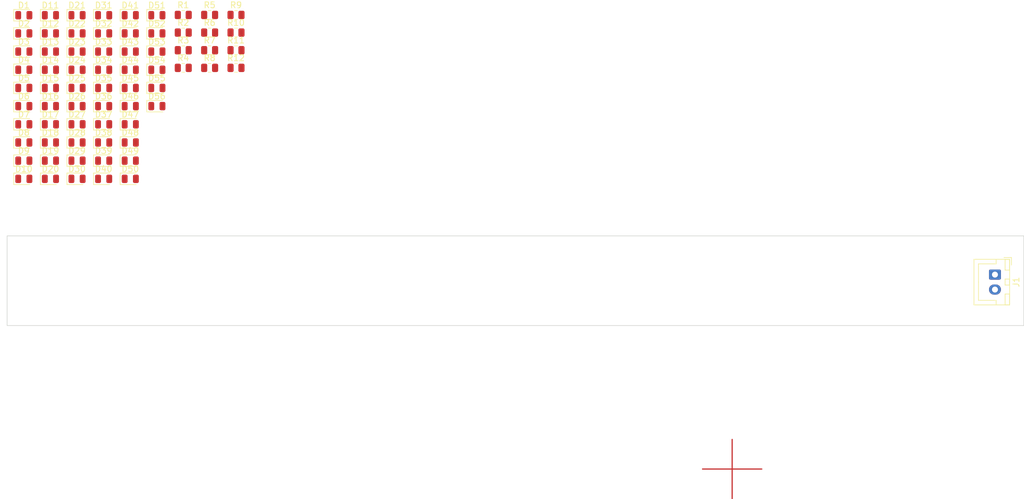
<source format=kicad_pcb>
(kicad_pcb (version 20221018) (generator pcbnew)
  (title_block (title "Brake_light") (date "2023-10-23") (rev "v1.0") (company "TTR_8th") (comment 1 "Designed By Howard Lee"))
  (layers (0 "F.Cu" signal) (31 "B.Cu" signal) (34 "B.Paste" user) (35 "F.Paste" user) (36 "B.SilkS" user "B.Silkscreen") (37 "F.SilkS" user "F.Silkscreen") (38 "B.Mask" user) (39 "F.Mask" user) (44 "Edge.Cuts" user))
  (net 0 "")
  (net 1 "Net-(D1-K)")
  (net 2 "Net-(D1-A)")
  (net 3 "/GND")
  (net 4 "Net-(D3-K)")
  (net 5 "Net-(D2-K)")
  (net 6 "Net-(D4-K)")
  (net 7 "Net-(D6-K)")
  (net 8 "Net-(D7-K)")
  (net 9 "Net-(D6-A)")
  (net 10 "Net-(D10-A)")
  (net 11 "Net-(D8-K)")
  (net 12 "Net-(D11-K)")
  (net 13 "Net-(D11-A)")
  (net 14 "Net-(D13-K)")
  (net 15 "Net-(D12-K)")
  (net 16 "Net-(D14-K)")
  (net 17 "Net-(D16-K)")
  (net 18 "Net-(D17-K)")
  (net 19 "Net-(D16-A)")
  (net 20 "Net-(D19-K)")
  (net 21 "Net-(D18-K)")
  (net 22 "Net-(D21-K)")
  (net 23 "Net-(D21-A)")
  (net 24 "Net-(D23-K)")
  (net 25 "Net-(D22-K)")
  (net 26 "Net-(D24-K)")
  (net 27 "Net-(D26-K)")
  (net 28 "Net-(D27-K)")
  (net 29 "Net-(D26-A)")
  (net 30 "Net-(D29-K)")
  (net 31 "Net-(D28-K)")
  (net 32 "Net-(D31-K)")
  (net 33 "Net-(D31-A)")
  (net 34 "Net-(D33-K)")
  (net 35 "Net-(D32-K)")
  (net 36 "Net-(D34-K)")
  (net 37 "Net-(D36-K)")
  (net 38 "Net-(D37-K)")
  (net 39 "Net-(D36-A)")
  (net 40 "Net-(D39-K)")
  (net 41 "Net-(D38-K)")
  (net 42 "Net-(D41-K)")
  (net 43 "Net-(D41-A)")
  (net 44 "Net-(D43-K)")
  (net 45 "Net-(D42-K)")
  (net 46 "Net-(D44-K)")
  (net 47 "Net-(D46-K)")
  (net 48 "Net-(D47-K)")
  (net 49 "Net-(D46-A)")
  (net 50 "Net-(D49-K)")
  (net 51 "Net-(D48-K)")
  (net 52 "Net-(D51-K)")
  (net 53 "Net-(D51-A)")
  (net 54 "Net-(D53-K)")
  (net 55 "Net-(D52-K)")
  (net 56 "Net-(D54-K)")
  (net 57 "Net-(D56-A)")
  (net 58 "/Vcc")
  (footprint "LED_SMD:LED_0805_2012Metric" (layer "F.Cu") (at 66.994 74.927)
    (fp_text reference "D39" (at 0 -1.65) (layer "F.SilkS"))
    (fp_text value "LED_Small")
    (fp_line (start -1.685 -0.96) (end -1.685 0.96) (stroke (width 0.12)) (layer "F.SilkS"))
    (fp_line (start -1.685 0.96) (end 1 0.96) (stroke (width 0.12)) (layer "F.SilkS"))
    (fp_line (start 1 -0.96) (end -1.685 -0.96) (stroke (width 0.12)) (layer "F.SilkS"))
    (pad "1" smd roundrect (at -0.9375 0) (size 0.975 1.4) (layers "F.Cu" "F.Paste" "F.Mask") (net 40 "Net-(D39-K)"))
    (pad "2" smd roundrect (at 0.9375 0) (size 0.975 1.4) (layers "F.Cu" "F.Paste" "F.Mask") (net 41 "Net-(D38-K)"))
  )
  (footprint "LED_SMD:LED_0805_2012Metric" (layer "F.Cu") (at 53.644 50.607)
    (fp_text reference "D1" (at 0 -1.65) (layer "F.SilkS"))
    (fp_text value "LED_Small")
    (fp_line (start -1.685 -0.96) (end -1.685 0.96) (stroke (width 0.12)) (layer "F.SilkS"))
    (fp_line (start -1.685 0.96) (end 1 0.96) (stroke (width 0.12)) (layer "F.SilkS"))
    (fp_line (start 1 -0.96) (end -1.685 -0.96) (stroke (width 0.12)) (layer "F.SilkS"))
    (pad "1" smd roundrect (at -0.9375 0) (size 0.975 1.4) (layers "F.Cu" "F.Paste" "F.Mask") (net 1 "Net-(D1-K)"))
    (pad "2" smd roundrect (at 0.9375 0) (size 0.975 1.4) (layers "F.Cu" "F.Paste" "F.Mask") (net 2 "Net-(D1-A)"))
  )
  (footprint "LED_SMD:LED_0805_2012Metric" (layer "F.Cu") (at 71.444 59.727)
    (fp_text reference "D44" (at 0 -1.65) (layer "F.SilkS"))
    (fp_text value "LED_Small")
    (fp_line (start -1.685 -0.96) (end -1.685 0.96) (stroke (width 0.12)) (layer "F.SilkS"))
    (fp_line (start -1.685 0.96) (end 1 0.96) (stroke (width 0.12)) (layer "F.SilkS"))
    (fp_line (start 1 -0.96) (end -1.685 -0.96) (stroke (width 0.12)) (layer "F.SilkS"))
    (pad "1" smd roundrect (at -0.9375 0) (size 0.975 1.4) (layers "F.Cu" "F.Paste" "F.Mask") (net 46 "Net-(D44-K)"))
    (pad "2" smd roundrect (at 0.9375 0) (size 0.975 1.4) (layers "F.Cu" "F.Paste" "F.Mask") (net 44 "Net-(D43-K)"))
  )
  (footprint "LED_SMD:LED_0805_2012Metric" (layer "F.Cu") (at 53.644 53.647)
    (fp_text reference "D2" (at 0 -1.65) (layer "F.SilkS"))
    (fp_text value "LED_Small")
    (fp_line (start -1.685 -0.96) (end -1.685 0.96) (stroke (width 0.12)) (layer "F.SilkS"))
    (fp_line (start -1.685 0.96) (end 1 0.96) (stroke (width 0.12)) (layer "F.SilkS"))
    (fp_line (start 1 -0.96) (end -1.685 -0.96) (stroke (width 0.12)) (layer "F.SilkS"))
    (pad "1" smd roundrect (at -0.9375 0) (size 0.975 1.4) (layers "F.Cu" "F.Paste" "F.Mask") (net 5 "Net-(D2-K)"))
    (pad "2" smd roundrect (at 0.9375 0) (size 0.975 1.4) (layers "F.Cu" "F.Paste" "F.Mask") (net 1 "Net-(D1-K)"))
  )
  (footprint "Resistor_SMD:R_0805_2012Metric" (layer "F.Cu") (at 80.304 50.562)
    (fp_text reference "R1" (at 0 -1.65) (layer "F.SilkS"))
    (fp_text value "100 Ohm")
    (fp_line (start -0.227064 -0.735) (end 0.227064 -0.735) (stroke (width 0.12)) (layer "F.SilkS"))
    (fp_line (start -0.227064 0.735) (end 0.227064 0.735) (stroke (width 0.12)) (layer "F.SilkS"))
    (pad "1" smd roundrect (at -0.9125 0) (size 1.025 1.4) (layers "F.Cu" "F.Paste" "F.Mask") (roundrect_rratio 0.243902) (net 58 "/Vcc"))
    (pad "2" smd roundrect (at 0.9125 0) (size 1.025 1.4) (layers "F.Cu" "F.Paste" "F.Mask") (roundrect_rratio 0.243902) (net 2 "Net-(D1-A)"))
  )
  (footprint "LED_SMD:LED_0805_2012Metric" (layer "F.Cu") (at 62.544 77.967)
    (fp_text reference "D30" (at 0 -1.65) (layer "F.SilkS"))
    (fp_text value "LED_Small")
    (fp_line (start -1.685 -0.96) (end -1.685 0.96) (stroke (width 0.12)) (layer "F.SilkS"))
    (fp_line (start -1.685 0.96) (end 1 0.96) (stroke (width 0.12)) (layer "F.SilkS"))
    (fp_line (start 1 -0.96) (end -1.685 -0.96) (stroke (width 0.12)) (layer "F.SilkS"))
    (pad "1" smd roundrect (at -0.9375 0) (size 0.975 1.4) (layers "F.Cu" "F.Paste" "F.Mask") (net 3 "/GND"))
    (pad "2" smd roundrect (at 0.9375 0) (size 0.975 1.4) (layers "F.Cu" "F.Paste" "F.Mask") (net 30 "Net-(D29-K)"))
  )
  (footprint "LED_SMD:LED_0805_2012Metric" (layer "F.Cu") (at 53.644 74.927)
    (fp_text reference "D9" (at 0 -1.65) (layer "F.SilkS"))
    (fp_text value "LED_Small")
    (fp_line (start -1.685 -0.96) (end -1.685 0.96) (stroke (width 0.12)) (layer "F.SilkS"))
    (fp_line (start -1.685 0.96) (end 1 0.96) (stroke (width 0.12)) (layer "F.SilkS"))
    (fp_line (start 1 -0.96) (end -1.685 -0.96) (stroke (width 0.12)) (layer "F.SilkS"))
    (pad "1" smd roundrect (at -0.9375 0) (size 0.975 1.4) (layers "F.Cu" "F.Paste" "F.Mask") (net 10 "Net-(D10-A)"))
    (pad "2" smd roundrect (at 0.9375 0) (size 0.975 1.4) (layers "F.Cu" "F.Paste" "F.Mask") (net 11 "Net-(D8-K)"))
  )
  (footprint "LED_SMD:LED_0805_2012Metric" (layer "F.Cu") (at 66.994 53.647)
    (fp_text reference "D32" (at 0 -1.65) (layer "F.SilkS"))
    (fp_text value "LED_Small")
    (fp_line (start -1.685 -0.96) (end -1.685 0.96) (stroke (width 0.12)) (layer "F.SilkS"))
    (fp_line (start -1.685 0.96) (end 1 0.96) (stroke (width 0.12)) (layer "F.SilkS"))
    (fp_line (start 1 -0.96) (end -1.685 -0.96) (stroke (width 0.12)) (layer "F.SilkS"))
    (pad "1" smd roundrect (at -0.9375 0) (size 0.975 1.4) (layers "F.Cu" "F.Paste" "F.Mask") (net 35 "Net-(D32-K)"))
    (pad "2" smd roundrect (at 0.9375 0) (size 0.975 1.4) (layers "F.Cu" "F.Paste" "F.Mask") (net 32 "Net-(D31-K)"))
  )
  (footprint "LED_SMD:LED_0805_2012Metric" (layer "F.Cu") (at 58.094 50.607)
    (fp_text reference "D11" (at 0 -1.65) (layer "F.SilkS"))
    (fp_text value "LED_Small")
    (fp_line (start -1.685 -0.96) (end -1.685 0.96) (stroke (width 0.12)) (layer "F.SilkS"))
    (fp_line (start -1.685 0.96) (end 1 0.96) (stroke (width 0.12)) (layer "F.SilkS"))
    (fp_line (start 1 -0.96) (end -1.685 -0.96) (stroke (width 0.12)) (layer "F.SilkS"))
    (pad "1" smd roundrect (at -0.9375 0) (size 0.975 1.4) (layers "F.Cu" "F.Paste" "F.Mask") (net 12 "Net-(D11-K)"))
    (pad "2" smd roundrect (at 0.9375 0) (size 0.975 1.4) (layers "F.Cu" "F.Paste" "F.Mask") (net 13 "Net-(D11-A)"))
  )
  (footprint "Resistor_SMD:R_0805_2012Metric" (layer "F.Cu") (at 84.714 53.512)
    (fp_text reference "R6" (at 0 -1.65) (layer "F.SilkS"))
    (fp_text value "100 Ohm")
    (fp_line (start -0.227064 -0.735) (end 0.227064 -0.735) (stroke (width 0.12)) (layer "F.SilkS"))
    (fp_line (start -0.227064 0.735) (end 0.227064 0.735) (stroke (width 0.12)) (layer "F.SilkS"))
    (pad "1" smd roundrect (at -0.9125 0) (size 1.025 1.4) (layers "F.Cu" "F.Paste" "F.Mask") (roundrect_rratio 0.243902) (net 58 "/Vcc"))
    (pad "2" smd roundrect (at 0.9125 0) (size 1.025 1.4) (layers "F.Cu" "F.Paste" "F.Mask") (roundrect_rratio 0.243902) (net 29 "Net-(D26-A)"))
  )
  (footprint "LED_SMD:LED_0805_2012Metric" (layer "F.Cu") (at 53.644 77.967)
    (fp_text reference "D10" (at 0 -1.65) (layer "F.SilkS"))
    (fp_text value "LED_Small")
    (fp_line (start -1.685 -0.96) (end -1.685 0.96) (stroke (width 0.12)) (layer "F.SilkS"))
    (fp_line (start -1.685 0.96) (end 1 0.96) (stroke (width 0.12)) (layer "F.SilkS"))
    (fp_line (start 1 -0.96) (end -1.685 -0.96) (stroke (width 0.12)) (layer "F.SilkS"))
    (pad "1" smd roundrect (at -0.9375 0) (size 0.975 1.4) (layers "F.Cu" "F.Paste" "F.Mask") (net 3 "/GND"))
    (pad "2" smd roundrect (at 0.9375 0) (size 0.975 1.4) (layers "F.Cu" "F.Paste" "F.Mask") (net 10 "Net-(D10-A)"))
  )
  (footprint "LED_SMD:LED_0805_2012Metric" (layer "F.Cu") (at 53.644 68.847)
    (fp_text reference "D7" (at 0 -1.65) (layer "F.SilkS"))
    (fp_text value "LED_Small")
    (fp_line (start -1.685 -0.96) (end -1.685 0.96) (stroke (width 0.12)) (layer "F.SilkS"))
    (fp_line (start -1.685 0.96) (end 1 0.96) (stroke (width 0.12)) (layer "F.SilkS"))
    (fp_line (start 1 -0.96) (end -1.685 -0.96) (stroke (width 0.12)) (layer "F.SilkS"))
    (pad "1" smd roundrect (at -0.9375 0) (size 0.975 1.4) (layers "F.Cu" "F.Paste" "F.Mask") (net 8 "Net-(D7-K)"))
    (pad "2" smd roundrect (at 0.9375 0) (size 0.975 1.4) (layers "F.Cu" "F.Paste" "F.Mask") (net 7 "Net-(D6-K)"))
  )
  (footprint "Resistor_SMD:R_0805_2012Metric" (layer "F.Cu") (at 80.304 56.462)
    (fp_text reference "R3" (at 0 -1.65) (layer "F.SilkS"))
    (fp_text value "100 Ohm")
    (fp_line (start -0.227064 -0.735) (end 0.227064 -0.735) (stroke (width 0.12)) (layer "F.SilkS"))
    (fp_line (start -0.227064 0.735) (end 0.227064 0.735) (stroke (width 0.12)) (layer "F.SilkS"))
    (pad "1" smd roundrect (at -0.9125 0) (size 1.025 1.4) (layers "F.Cu" "F.Paste" "F.Mask") (roundrect_rratio 0.243902) (net 58 "/Vcc"))
    (pad "2" smd roundrect (at 0.9125 0) (size 1.025 1.4) (layers "F.Cu" "F.Paste" "F.Mask") (roundrect_rratio 0.243902) (net 13 "Net-(D11-A)"))
  )
  (footprint "LED_SMD:LED_0805_2012Metric" (layer "F.Cu") (at 75.894 56.687)
    (fp_text reference "D53" (at 0 -1.65) (layer "F.SilkS"))
    (fp_text value "LED_Small")
    (fp_line (start -1.685 -0.96) (end -1.685 0.96) (stroke (width 0.12)) (layer "F.SilkS"))
    (fp_line (start -1.685 0.96) (end 1 0.96) (stroke (width 0.12)) (layer "F.SilkS"))
    (fp_line (start 1 -0.96) (end -1.685 -0.96) (stroke (width 0.12)) (layer "F.SilkS"))
    (pad "1" smd roundrect (at -0.9375 0) (size 0.975 1.4) (layers "F.Cu" "F.Paste" "F.Mask") (net 54 "Net-(D53-K)"))
    (pad "2" smd roundrect (at 0.9375 0) (size 0.975 1.4) (layers "F.Cu" "F.Paste" "F.Mask") (net 55 "Net-(D52-K)"))
  )
  (footprint "LED_SMD:LED_0805_2012Metric" (layer "F.Cu") (at 71.444 65.807)
    (fp_text reference "D46" (at 0 -1.65) (layer "F.SilkS"))
    (fp_text value "LED_Small")
    (fp_line (start -1.685 -0.96) (end -1.685 0.96) (stroke (width 0.12)) (layer "F.SilkS"))
    (fp_line (start -1.685 0.96) (end 1 0.96) (stroke (width 0.12)) (layer "F.SilkS"))
    (fp_line (start 1 -0.96) (end -1.685 -0.96) (stroke (width 0.12)) (layer "F.SilkS"))
    (pad "1" smd roundrect (at -0.9375 0) (size 0.975 1.4) (layers "F.Cu" "F.Paste" "F.Mask") (net 47 "Net-(D46-K)"))
    (pad "2" smd roundrect (at 0.9375 0) (size 0.975 1.4) (layers "F.Cu" "F.Paste" "F.Mask") (net 49 "Net-(D46-A)"))
  )
  (footprint "LED_SMD:LED_0805_2012Metric" (layer "F.Cu") (at 62.544 53.647)
    (fp_text reference "D22" (at 0 -1.65) (layer "F.SilkS"))
    (fp_text value "LED_Small")
    (fp_line (start -1.685 -0.96) (end -1.685 0.96) (stroke (width 0.12)) (layer "F.SilkS"))
    (fp_line (start -1.685 0.96) (end 1 0.96) (stroke (width 0.12)) (layer "F.SilkS"))
    (fp_line (start 1 -0.96) (end -1.685 -0.96) (stroke (width 0.12)) (layer "F.SilkS"))
    (pad "1" smd roundrect (at -0.9375 0) (size 0.975 1.4) (layers "F.Cu" "F.Paste" "F.Mask") (net 25 "Net-(D22-K)"))
    (pad "2" smd roundrect (at 0.9375 0) (size 0.975 1.4) (layers "F.Cu" "F.Paste" "F.Mask") (net 22 "Net-(D21-K)"))
  )
  (footprint "LED_SMD:LED_0805_2012Metric" (layer "F.Cu") (at 66.994 56.687)
    (fp_text reference "D33" (at 0 -1.65) (layer "F.SilkS"))
    (fp_text value "LED_Small")
    (fp_line (start -1.685 -0.96) (end -1.685 0.96) (stroke (width 0.12)) (layer "F.SilkS"))
    (fp_line (start -1.685 0.96) (end 1 0.96) (stroke (width 0.12)) (layer "F.SilkS"))
    (fp_line (start 1 -0.96) (end -1.685 -0.96) (stroke (width 0.12)) (layer "F.SilkS"))
    (pad "1" smd roundrect (at -0.9375 0) (size 0.975 1.4) (layers "F.Cu" "F.Paste" "F.Mask") (net 34 "Net-(D33-K)"))
    (pad "2" smd roundrect (at 0.9375 0) (size 0.975 1.4) (layers "F.Cu" "F.Paste" "F.Mask") (net 35 "Net-(D32-K)"))
  )
  (footprint "LED_SMD:LED_0805_2012Metric" (layer "F.Cu") (at 75.894 59.727)
    (fp_text reference "D54" (at 0 -1.65) (layer "F.SilkS"))
    (fp_text value "LED_Small")
    (fp_line (start -1.685 -0.96) (end -1.685 0.96) (stroke (width 0.12)) (layer "F.SilkS"))
    (fp_line (start -1.685 0.96) (end 1 0.96) (stroke (width 0.12)) (layer "F.SilkS"))
    (fp_line (start 1 -0.96) (end -1.685 -0.96) (stroke (width 0.12)) (layer "F.SilkS"))
    (pad "1" smd roundrect (at -0.9375 0) (size 0.975 1.4) (layers "F.Cu" "F.Paste" "F.Mask") (net 56 "Net-(D54-K)"))
    (pad "2" smd roundrect (at 0.9375 0) (size 0.975 1.4) (layers "F.Cu" "F.Paste" "F.Mask") (net 54 "Net-(D53-K)"))
  )
  (footprint "LED_SMD:LED_0805_2012Metric" (layer "F.Cu") (at 66.994 62.767)
    (fp_text reference "D35" (at 0 -1.65) (layer "F.SilkS"))
    (fp_text value "LED_Small")
    (fp_line (start -1.685 -0.96) (end -1.685 0.96) (stroke (width 0.12)) (layer "F.SilkS"))
    (fp_line (start -1.685 0.96) (end 1 0.96) (stroke (width 0.12)) (layer "F.SilkS"))
    (fp_line (start 1 -0.96) (end -1.685 -0.96) (stroke (width 0.12)) (layer "F.SilkS"))
    (pad "1" smd roundrect (at -0.9375 0) (size 0.975 1.4) (layers "F.Cu" "F.Paste" "F.Mask") (net 3 "/GND"))
    (pad "2" smd roundrect (at 0.9375 0) (size 0.975 1.4) (layers "F.Cu" "F.Paste" "F.Mask") (net 36 "Net-(D34-K)"))
  )
  (footprint "LED_SMD:LED_0805_2012Metric" (layer "F.Cu") (at 71.444 77.967)
    (fp_text reference "D50" (at 0 -1.65) (layer "F.SilkS"))
    (fp_text value "LED_Small")
    (fp_line (start -1.685 -0.96) (end -1.685 0.96) (stroke (width 0.12)) (layer "F.SilkS"))
    (fp_line (start -1.685 0.96) (end 1 0.96) (stroke (width 0.12)) (layer "F.SilkS"))
    (fp_line (start 1 -0.96) (end -1.685 -0.96) (stroke (width 0.12)) (layer "F.SilkS"))
    (pad "1" smd roundrect (at -0.9375 0) (size 0.975 1.4) (layers "F.Cu" "F.Paste" "F.Mask") (net 3 "/GND"))
    (pad "2" smd roundrect (at 0.9375 0) (size 0.975 1.4) (layers "F.Cu" "F.Paste" "F.Mask") (net 50 "Net-(D49-K)"))
  )
  (footprint "Resistor_SMD:R_0805_2012Metric" (layer "F.Cu") (at 84.714 50.562)
    (fp_text reference "R5" (at 0 -1.65) (layer "F.SilkS"))
    (fp_text value "100 Ohm")
    (fp_line (start -0.227064 -0.735) (end 0.227064 -0.735) (stroke (width 0.12)) (layer "F.SilkS"))
    (fp_line (start -0.227064 0.735) (end 0.227064 0.735) (stroke (width 0.12)) (layer "F.SilkS"))
    (pad "1" smd roundrect (at -0.9125 0) (size 1.025 1.4) (layers "F.Cu" "F.Paste" "F.Mask") (roundrect_rratio 0.243902) (net 58 "/Vcc"))
    (pad "2" smd roundrect (at 0.9125 0) (size 1.025 1.4) (layers "F.Cu" "F.Paste" "F.Mask") (roundrect_rratio 0.243902) (net 23 "Net-(D21-A)"))
  )
  (footprint "LED_SMD:LED_0805_2012Metric" (layer "F.Cu") (at 58.094 62.767)
    (fp_text reference "D15" (at 0 -1.65) (layer "F.SilkS"))
    (fp_text value "LED_Small")
    (fp_line (start -1.685 -0.96) (end -1.685 0.96) (stroke (width 0.12)) (layer "F.SilkS"))
    (fp_line (start -1.685 0.96) (end 1 0.96) (stroke (width 0.12)) (layer "F.SilkS"))
    (fp_line (start 1 -0.96) (end -1.685 -0.96) (stroke (width 0.12)) (layer "F.SilkS"))
    (pad "1" smd roundrect (at -0.9375 0) (size 0.975 1.4) (layers "F.Cu" "F.Paste" "F.Mask") (net 3 "/GND"))
    (pad "2" smd roundrect (at 0.9375 0) (size 0.975 1.4) (layers "F.Cu" "F.Paste" "F.Mask") (net 16 "Net-(D14-K)"))
  )
  (footprint "Resistor_SMD:R_0805_2012Metric" (layer "F.Cu") (at 89.124 53.512)
    (fp_text reference "R10" (at 0 -1.65) (layer "F.SilkS"))
    (fp_text value "100 Ohm")
    (fp_line (start -0.227064 -0.735) (end 0.227064 -0.735) (stroke (width 0.12)) (layer "F.SilkS"))
    (fp_line (start -0.227064 0.735) (end 0.227064 0.735) (stroke (width 0.12)) (layer "F.SilkS"))
    (pad "1" smd roundrect (at -0.9125 0) (size 1.025 1.4) (layers "F.Cu" "F.Paste" "F.Mask") (roundrect_rratio 0.243902) (net 58 "/Vcc"))
    (pad "2" smd roundrect (at 0.9125 0) (size 1.025 1.4) (layers "F.Cu" "F.Paste" "F.Mask") (roundrect_rratio 0.243902) (net 49 "Net-(D46-A)"))
  )
  (footprint "LED_SMD:LED_0805_2012Metric" (layer "F.Cu") (at 58.094 68.847)
    (fp_text reference "D17" (at 0 -1.65) (layer "F.SilkS"))
    (fp_text value "LED_Small")
    (fp_line (start -1.685 -0.96) (end -1.685 0.96) (stroke (width 0.12)) (layer "F.SilkS"))
    (fp_line (start -1.685 0.96) (end 1 0.96) (stroke (width 0.12)) (layer "F.SilkS"))
    (fp_line (start 1 -0.96) (end -1.685 -0.96) (stroke (width 0.12)) (layer "F.SilkS"))
    (pad "1" smd roundrect (at -0.9375 0) (size 0.975 1.4) (layers "F.Cu" "F.Paste" "F.Mask") (net 18 "Net-(D17-K)"))
    (pad "2" smd roundrect (at 0.9375 0) (size 0.975 1.4) (layers "F.Cu" "F.Paste" "F.Mask") (net 17 "Net-(D16-K)"))
  )
  (footprint "Resistor_SMD:R_0805_2012Metric" (layer "F.Cu") (at 84.714 59.412)
    (fp_text reference "R8" (at 0 -1.65) (layer "F.SilkS"))
    (fp_text value "100 Ohm")
    (fp_line (start -0.227064 -0.735) (end 0.227064 -0.735) (stroke (width 0.12)) (layer "F.SilkS"))
    (fp_line (start -0.227064 0.735) (end 0.227064 0.735) (stroke (width 0.12)) (layer "F.SilkS"))
    (pad "1" smd roundrect (at -0.9125 0) (size 1.025 1.4) (layers "F.Cu" "F.Paste" "F.Mask") (roundrect_rratio 0.243902) (net 58 "/Vcc"))
    (pad "2" smd roundrect (at 0.9125 0) (size 1.025 1.4) (layers "F.Cu" "F.Paste" "F.Mask") (roundrect_rratio 0.243902) (net 39 "Net-(D36-A)"))
  )
  (footprint "LED_SMD:LED_0805_2012Metric" (layer "F.Cu") (at 62.544 65.807)
    (fp_text reference "D26" (at 0 -1.65) (layer "F.SilkS"))
    (fp_text value "LED_Small")
    (fp_line (start -1.685 -0.96) (end -1.685 0.96) (stroke (width 0.12)) (layer "F.SilkS"))
    (fp_line (start -1.685 0.96) (end 1 0.96) (stroke (width 0.12)) (layer "F.SilkS"))
    (fp_line (start 1 -0.96) (end -1.685 -0.96) (stroke (width 0.12)) (layer "F.SilkS"))
    (pad "1" smd roundrect (at -0.9375 0) (size 0.975 1.4) (layers "F.Cu" "F.Paste" "F.Mask") (net 27 "Net-(D26-K)"))
    (pad "2" smd roundrect (at 0.9375 0) (size 0.975 1.4) (layers "F.Cu" "F.Paste" "F.Mask") (net 29 "Net-(D26-A)"))
  )
  (footprint "Resistor_SMD:R_0805_2012Metric" (layer "F.Cu") (at 89.124 59.412)
    (fp_text reference "R12" (at 0 -1.65) (layer "F.SilkS"))
    (fp_text value "505 Ohm")
    (fp_line (start -0.227064 -0.735) (end 0.227064 -0.735) (stroke (width 0.12)) (layer "F.SilkS"))
    (fp_line (start -0.227064 0.735) (end 0.227064 0.735) (stroke (width 0.12)) (layer "F.SilkS"))
    (pad "1" smd roundrect (at -0.9125 0) (size 1.025 1.4) (layers "F.Cu" "F.Paste" "F.Mask") (roundrect_rratio 0.243902) (net 58 "/Vcc"))
    (pad "2" smd roundrect (at 0.9125 0) (size 1.025 1.4) (layers "F.Cu" "F.Paste" "F.Mask") (roundrect_rratio 0.243902) (net 57 "Net-(D56-A)"))
  )
  (footprint "LED_SMD:LED_0805_2012Metric" (layer "F.Cu") (at 62.544 62.767)
    (fp_text reference "D25" (at 0 -1.65) (layer "F.SilkS"))
    (fp_text value "LED_Small")
    (fp_line (start -1.685 -0.96) (end -1.685 0.96) (stroke (width 0.12)) (layer "F.SilkS"))
    (fp_line (start -1.685 0.96) (end 1 0.96) (stroke (width 0.12)) (layer "F.SilkS"))
    (fp_line (start 1 -0.96) (end -1.685 -0.96) (stroke (width 0.12)) (layer "F.SilkS"))
    (pad "1" smd roundrect (at -0.9375 0) (size 0.975 1.4) (layers "F.Cu" "F.Paste" "F.Mask") (net 3 "/GND"))
    (pad "2" smd roundrect (at 0.9375 0) (size 0.975 1.4) (layers "F.Cu" "F.Paste" "F.Mask") (net 26 "Net-(D24-K)"))
  )
  (footprint "Resistor_SMD:R_0805_2012Metric" (layer "F.Cu") (at 89.124 50.562)
    (fp_text reference "R9" (at 0 -1.65) (layer "F.SilkS"))
    (fp_text value "100 Ohm")
    (fp_line (start -0.227064 -0.735) (end 0.227064 -0.735) (stroke (width 0.12)) (layer "F.SilkS"))
    (fp_line (start -0.227064 0.735) (end 0.227064 0.735) (stroke (width 0.12)) (layer "F.SilkS"))
    (pad "1" smd roundrect (at -0.9125 0) (size 1.025 1.4) (layers "F.Cu" "F.Paste" "F.Mask") (roundrect_rratio 0.243902) (net 58 "/Vcc"))
    (pad "2" smd roundrect (at 0.9125 0) (size 1.025 1.4) (layers "F.Cu" "F.Paste" "F.Mask") (roundrect_rratio 0.243902) (net 43 "Net-(D41-A)"))
  )
  (footprint "LED_SMD:LED_0805_2012Metric" (layer "F.Cu") (at 53.644 62.767)
    (fp_text reference "D5" (at 0 -1.65) (layer "F.SilkS"))
    (fp_text value "LED_Small")
    (fp_line (start -1.685 -0.96) (end -1.685 0.96) (stroke (width 0.12)) (layer "F.SilkS"))
    (fp_line (start -1.685 0.96) (end 1 0.96) (stroke (width 0.12)) (layer "F.SilkS"))
    (fp_line (start 1 -0.96) (end -1.685 -0.96) (stroke (width 0.12)) (layer "F.SilkS"))
    (pad "1" smd roundrect (at -0.9375 0) (size 0.975 1.4) (layers "F.Cu" "F.Paste" "F.Mask") (net 3 "/GND"))
    (pad "2" smd roundrect (at 0.9375 0) (size 0.975 1.4) (layers "F.Cu" "F.Paste" "F.Mask") (net 6 "Net-(D4-K)"))
  )
  (footprint "LED_SMD:LED_0805_2012Metric" (layer "F.Cu") (at 58.094 56.687)
    (fp_text reference "D13" (at 0 -1.65) (layer "F.SilkS"))
    (fp_text value "LED_Small")
    (fp_line (start -1.685 -0.96) (end -1.685 0.96) (stroke (width 0.12)) (layer "F.SilkS"))
    (fp_line (start -1.685 0.96) (end 1 0.96) (stroke (width 0.12)) (layer "F.SilkS"))
    (fp_line (start 1 -0.96) (end -1.685 -0.96) (stroke (width 0.12)) (layer "F.SilkS"))
    (pad "1" smd roundrect (at -0.9375 0) (size 0.975 1.4) (layers "F.Cu" "F.Paste" "F.Mask") (net 14 "Net-(D13-K)"))
    (pad "2" smd roundrect (at 0.9375 0) (size 0.975 1.4) (layers "F.Cu" "F.Paste" "F.Mask") (net 15 "Net-(D12-K)"))
  )
  (footprint "LED_SMD:LED_0805_2012Metric" (layer "F.Cu") (at 62.544 74.927)
    (fp_text reference "D29" (at 0 -1.65) (layer "F.SilkS"))
    (fp_text value "LED_Small")
    (fp_line (start -1.685 -0.96) (end -1.685 0.96) (stroke (width 0.12)) (layer "F.SilkS"))
    (fp_line (start -1.685 0.96) (end 1 0.96) (stroke (width 0.12)) (layer "F.SilkS"))
    (fp_line (start 1 -0.96) (end -1.685 -0.96) (stroke (width 0.12)) (layer "F.SilkS"))
    (pad "1" smd roundrect (at -0.9375 0) (size 0.975 1.4) (layers "F.Cu" "F.Paste" "F.Mask") (net 30 "Net-(D29-K)"))
    (pad "2" smd roundrect (at 0.9375 0) (size 0.975 1.4) (layers "F.Cu" "F.Paste" "F.Mask") (net 31 "Net-(D28-K)"))
  )
  (footprint "LED_SMD:LED_0805_2012Metric" (layer "F.Cu") (at 53.644 56.687)
    (fp_text reference "D3" (at 0 -1.65) (layer "F.SilkS"))
    (fp_text value "LED_Small")
    (fp_line (start -1.685 -0.96) (end -1.685 0.96) (stroke (width 0.12)) (layer "F.SilkS"))
    (fp_line (start -1.685 0.96) (end 1 0.96) (stroke (width 0.12)) (layer "F.SilkS"))
    (fp_line (start 1 -0.96) (end -1.685 -0.96) (stroke (width 0.12)) (layer "F.SilkS"))
    (pad "1" smd roundrect (at -0.9375 0) (size 0.975 1.4) (layers "F.Cu" "F.Paste" "F.Mask") (net 4 "Net-(D3-K)"))
    (pad "2" smd roundrect (at 0.9375 0) (size 0.975 1.4) (layers "F.Cu" "F.Paste" "F.Mask") (net 5 "Net-(D2-K)"))
  )
  (footprint "LED_SMD:LED_0805_2012Metric" (layer "F.Cu") (at 53.644 71.887)
    (fp_text reference "D8" (at 0 -1.65) (layer "F.SilkS"))
    (fp_text value "LED_Small")
    (fp_line (start -1.685 -0.96) (end -1.685 0.96) (stroke (width 0.12)) (layer "F.SilkS"))
    (fp_line (start -1.685 0.96) (end 1 0.96) (stroke (width 0.12)) (layer "F.SilkS"))
    (fp_line (start 1 -0.96) (end -1.685 -0.96) (stroke (width 0.12)) (layer "F.SilkS"))
    (pad "1" smd roundrect (at -0.9375 0) (size 0.975 1.4) (layers "F.Cu" "F.Paste" "F.Mask") (net 11 "Net-(D8-K)"))
    (pad "2" smd roundrect (at 0.9375 0) (size 0.975 1.4) (layers "F.Cu" "F.Paste" "F.Mask") (net 8 "Net-(D7-K)"))
  )
  (footprint "LED_SMD:LED_0805_2012Metric" (layer "F.Cu") (at 66.994 59.727)
    (fp_text reference "D34" (at 0 -1.65) (layer "F.SilkS"))
    (fp_text value "LED_Small")
    (fp_line (start -1.685 -0.96) (end -1.685 0.96) (stroke (width 0.12)) (layer "F.SilkS"))
    (fp_line (start -1.685 0.96) (end 1 0.96) (stroke (width 0.12)) (layer "F.SilkS"))
    (fp_line (start 1 -0.96) (end -1.685 -0.96) (stroke (width 0.12)) (layer "F.SilkS"))
    (pad "1" smd roundrect (at -0.9375 0) (size 0.975 1.4) (layers "F.Cu" "F.Paste" "F.Mask") (net 36 "Net-(D34-K)"))
    (pad "2" smd roundrect (at 0.9375 0) (size 0.975 1.4) (layers "F.Cu" "F.Paste" "F.Mask") (net 34 "Net-(D33-K)"))
  )
  (footprint "Connector_JST:JST_XH_B2B-XH-A_1x02_P2.50mm_Vertical" (layer "F.Cu") (at 216.027 93.98 -90)
    (fp_text reference "J1" (at 1.25 -3.55 90) (layer "F.SilkS"))
    (fp_text value "Conn_01x02")
    (fp_line (start -2.85 -2.75) (end -2.85 -1.5) (stroke (width 0.12)) (layer "F.SilkS"))
    (fp_line (start -2.56 -2.46) (end -2.56 3.51) (stroke (width 0.12)) (layer "F.SilkS"))
    (fp_line (start -2.56 3.51) (end 5.06 3.51) (stroke (width 0.12)) (layer "F.SilkS"))
    (fp_line (start -2.55 -2.45) (end -2.55 -1.7) (stroke (width 0.12)) (layer "F.SilkS"))
    (fp_line (start -2.55 -1.7) (end -0.75 -1.7) (stroke (width 0.12)) (layer "F.SilkS"))
    (fp_line (start -2.55 -0.2) (end -1.8 -0.2) (stroke (width 0.12)) (layer "F.SilkS"))
    (fp_line (start -1.8 -0.2) (end -1.8 2.75) (stroke (width 0.12)) (layer "F.SilkS"))
    (fp_line (start -1.8 2.75) (end 1.25 2.75) (stroke (width 0.12)) (layer "F.SilkS"))
    (fp_line (start -1.6 -2.75) (end -2.85 -2.75) (stroke (width 0.12)) (layer "F.SilkS"))
    (fp_line (start -0.75 -2.45) (end -2.55 -2.45) (stroke (width 0.12)) (layer "F.SilkS"))
    (fp_line (start -0.75 -1.7) (end -0.75 -2.45) (stroke (width 0.12)) (layer "F.SilkS"))
    (fp_line (start 0.75 -2.45) (end 0.75 -1.7) (stroke (width 0.12)) (layer "F.SilkS"))
    (fp_line (start 0.75 -1.7) (end 1.75 -1.7) (stroke (width 0.12)) (layer "F.SilkS"))
    (fp_line (start 1.75 -2.45) (end 0.75 -2.45) (stroke (width 0.12)) (layer "F.SilkS"))
    (fp_line (start 1.75 -1.7) (end 1.75 -2.45) (stroke (width 0.12)) (layer "F.SilkS"))
    (fp_line (start 3.25 -2.45) (end 3.25 -1.7) (stroke (width 0.12)) (layer "F.SilkS"))
    (fp_line (start 3.25 -1.7) (end 5.05 -1.7) (stroke (width 0.12)) (layer "F.SilkS"))
    (fp_line (start 4.3 -0.2) (end 4.3 2.75) (stroke (width 0.12)) (layer "F.SilkS"))
    (fp_line (start 4.3 2.75) (end 1.25 2.75) (stroke (width 0.12)) (layer "F.SilkS"))
    (fp_line (start 5.05 -2.45) (end 3.25 -2.45) (stroke (width 0.12)) (layer "F.SilkS"))
    (fp_line (start 5.05 -1.7) (end 5.05 -2.45) (stroke (width 0.12)) (layer "F.SilkS"))
    (fp_line (start 5.05 -0.2) (end 4.3 -0.2) (stroke (width 0.12)) (layer "F.SilkS"))
    (fp_line (start 5.06 -2.46) (end -2.56 -2.46) (stroke (width 0.12)) (layer "F.SilkS"))
    (fp_line (start 5.06 3.51) (end 5.06 -2.46) (stroke (width 0.12)) (layer "F.SilkS"))
    (pad "1" thru_hole roundrect (at 0 0 270) (size 1.7 2) (drill 1) (layers "*.Cu" "*.Mask") (roundrect_rratio 0.147059) (net 3 "/GND"))
    (pad "2" thru_hole oval (at 2.5 0 270) (size 1.7 2) (drill 1) (layers "*.Cu" "*.Mask") (net 58 "/Vcc"))
  )
  (footprint "LED_SMD:LED_0805_2012Metric" (layer "F.Cu") (at 71.444 53.647)
    (fp_text reference "D42" (at 0 -1.65) (layer "F.SilkS"))
    (fp_text value "LED_Small")
    (fp_line (start -1.685 -0.96) (end -1.685 0.96) (stroke (width 0.12)) (layer "F.SilkS"))
    (fp_line (start -1.685 0.96) (end 1 0.96) (stroke (width 0.12)) (layer "F.SilkS"))
    (fp_line (start 1 -0.96) (end -1.685 -0.96) (stroke (width 0.12)) (layer "F.SilkS"))
    (pad "1" smd roundrect (at -0.9375 0) (size 0.975 1.4) (layers "F.Cu" "F.Paste" "F.Mask") (net 45 "Net-(D42-K)"))
    (pad "2" smd roundrect (at 0.9375 0) (size 0.975 1.4) (layers "F.Cu" "F.Paste" "F.Mask") (net 42 "Net-(D41-K)"))
  )
  (footprint "LED_SMD:LED_0805_2012Metric" (layer "F.Cu") (at 62.544 56.687)
    (fp_text reference "D23" (at 0 -1.65) (layer "F.SilkS"))
    (fp_text value "LED_Small")
    (fp_line (start -1.685 -0.96) (end -1.685 0.96) (stroke (width 0.12)) (layer "F.SilkS"))
    (fp_line (start -1.685 0.96) (end 1 0.96) (stroke (width 0.12)) (layer "F.SilkS"))
    (fp_line (start 1 -0.96) (end -1.685 -0.96) (stroke (width 0.12)) (layer "F.SilkS"))
    (pad "1" smd roundrect (at -0.9375 0) (size 0.975 1.4) (layers "F.Cu" "F.Paste" "F.Mask") (net 24 "Net-(D23-K)"))
    (pad "2" smd roundrect (at 0.9375 0) (size 0.975 1.4) (layers "F.Cu" "F.Paste" "F.Mask") (net 25 "Net-(D22-K)"))
  )
  (footprint "LED_SMD:LED_0805_2012Metric" (layer "F.Cu") (at 58.094 53.647)
    (fp_text reference "D12" (at 0 -1.65) (layer "F.SilkS"))
    (fp_text value "LED_Small")
    (fp_line (start -1.685 -0.96) (end -1.685 0.96) (stroke (width 0.12)) (layer "F.SilkS"))
    (fp_line (start -1.685 0.96) (end 1 0.96) (stroke (width 0.12)) (layer "F.SilkS"))
    (fp_line (start 1 -0.96) (end -1.685 -0.96) (stroke (width 0.12)) (layer "F.SilkS"))
    (pad "1" smd roundrect (at -0.9375 0) (size 0.975 1.4) (layers "F.Cu" "F.Paste" "F.Mask") (net 15 "Net-(D12-K)"))
    (pad "2" smd roundrect (at 0.9375 0) (size 0.975 1.4) (layers "F.Cu" "F.Paste" "F.Mask") (net 12 "Net-(D11-K)"))
  )
  (footprint "LED_SMD:LED_0805_2012Metric" (layer "F.Cu") (at 66.994 71.887)
    (fp_text reference "D38" (at 0 -1.65) (layer "F.SilkS"))
    (fp_text value "LED_Small")
    (fp_line (start -1.685 -0.96) (end -1.685 0.96) (stroke (width 0.12)) (layer "F.SilkS"))
    (fp_line (start -1.685 0.96) (end 1 0.96) (stroke (width 0.12)) (layer "F.SilkS"))
    (fp_line (start 1 -0.96) (end -1.685 -0.96) (stroke (width 0.12)) (layer "F.SilkS"))
    (pad "1" smd roundrect (at -0.9375 0) (size 0.975 1.4) (layers "F.Cu" "F.Paste" "F.Mask") (net 41 "Net-(D38-K)"))
    (pad "2" smd roundrect (at 0.9375 0) (size 0.975 1.4) (layers "F.Cu" "F.Paste" "F.Mask") (net 38 "Net-(D37-K)"))
  )
  (footprint "LED_SMD:LED_0805_2012Metric" (layer "F.Cu") (at 58.094 59.727)
    (fp_text reference "D14" (at 0 -1.65) (layer "F.SilkS"))
    (fp_text value "LED_Small")
    (fp_line (start -1.685 -0.96) (end -1.685 0.96) (stroke (width 0.12)) (layer "F.SilkS"))
    (fp_line (start -1.685 0.96) (end 1 0.96) (stroke (width 0.12)) (layer "F.SilkS"))
    (fp_line (start 1 -0.96) (end -1.685 -0.96) (stroke (width 0.12)) (layer "F.SilkS"))
    (pad "1" smd roundrect (at -0.9375 0) (size 0.975 1.4) (layers "F.Cu" "F.Paste" "F.Mask") (net 16 "Net-(D14-K)"))
    (pad "2" smd roundrect (at 0.9375 0) (size 0.975 1.4) (layers "F.Cu" "F.Paste" "F.Mask") (net 14 "Net-(D13-K)"))
  )
  (footprint "LED_SMD:LED_0805_2012Metric" (layer "F.Cu") (at 53.644 59.727)
    (fp_text reference "D4" (at 0 -1.65) (layer "F.SilkS"))
    (fp_text value "LED_Small")
    (fp_line (start -1.685 -0.96) (end -1.685 0.96) (stroke (width 0.12)) (layer "F.SilkS"))
    (fp_line (start -1.685 0.96) (end 1 0.96) (stroke (width 0.12)) (layer "F.SilkS"))
    (fp_line (start 1 -0.96) (end -1.685 -0.96) (stroke (width 0.12)) (layer "F.SilkS"))
    (pad "1" smd roundrect (at -0.9375 0) (size 0.975 1.4) (layers "F.Cu" "F.Paste" "F.Mask") (net 6 "Net-(D4-K)"))
    (pad "2" smd roundrect (at 0.9375 0) (size 0.975 1.4) (layers "F.Cu" "F.Paste" "F.Mask") (net 4 "Net-(D3-K)"))
  )
  (footprint "LED_SMD:LED_0805_2012Metric" (layer "F.Cu") (at 71.444 74.927)
    (fp_text reference "D49" (at 0 -1.65) (layer "F.SilkS"))
    (fp_text value "LED_Small")
    (fp_line (start -1.685 -0.96) (end -1.685 0.96) (stroke (width 0.12)) (layer "F.SilkS"))
    (fp_line (start -1.685 0.96) (end 1 0.96) (stroke (width 0.12)) (layer "F.SilkS"))
    (fp_line (start 1 -0.96) (end -1.685 -0.96) (stroke (width 0.12)) (layer "F.SilkS"))
    (pad "1" smd roundrect (at -0.9375 0) (size 0.975 1.4) (layers "F.Cu" "F.Paste" "F.Mask") (net 50 "Net-(D49-K)"))
    (pad "2" smd roundrect (at 0.9375 0) (size 0.975 1.4) (layers "F.Cu" "F.Paste" "F.Mask") (net 51 "Net-(D48-K)"))
  )
  (footprint "LED_SMD:LED_0805_2012Metric" (layer "F.Cu") (at 71.444 62.767)
    (fp_text reference "D45" (at 0 -1.65) (layer "F.SilkS"))
    (fp_text value "LED_Small")
    (fp_line (start -1.685 -0.96) (end -1.685 0.96) (stroke (width 0.12)) (layer "F.SilkS"))
    (fp_line (start -1.685 0.96) (end 1 0.96) (stroke (width 0.12)) (layer "F.SilkS"))
    (fp_line (start 1 -0.96) (end -1.685 -0.96) (stroke (width 0.12)) (layer "F.SilkS"))
    (pad "1" smd roundrect (at -0.9375 0) (size 0.975 1.4) (layers "F.Cu" "F.Paste" "F.Mask") (net 3 "/GND"))
    (pad "2" smd roundrect (at 0.9375 0) (size 0.975 1.4) (layers "F.Cu" "F.Paste" "F.Mask") (net 46 "Net-(D44-K)"))
  )
  (footprint "LED_SMD:LED_0805_2012Metric" (layer "F.Cu") (at 66.994 50.607)
    (fp_text reference "D31" (at 0 -1.65) (layer "F.SilkS"))
    (fp_text value "LED_Small")
    (fp_line (start -1.685 -0.96) (end -1.685 0.96) (stroke (width 0.12)) (layer "F.SilkS"))
    (fp_line (start -1.685 0.96) (end 1 0.96) (stroke (width 0.12)) (layer "F.SilkS"))
    (fp_line (start 1 -0.96) (end -1.685 -0.96) (stroke (width 0.12)) (layer "F.SilkS"))
    (pad "1" smd roundrect (at -0.9375 0) (size 0.975 1.4) (layers "F.Cu" "F.Paste" "F.Mask") (net 32 "Net-(D31-K)"))
    (pad "2" smd roundrect (at 0.9375 0) (size 0.975 1.4) (layers "F.Cu" "F.Paste" "F.Mask") (net 33 "Net-(D31-A)"))
  )
  (footprint "LED_SMD:LED_0805_2012Metric" (layer "F.Cu") (at 58.094 77.967)
    (fp_text reference "D20" (at 0 -1.65) (layer "F.SilkS"))
    (fp_text value "LED_Small")
    (fp_line (start -1.685 -0.96) (end -1.685 0.96) (stroke (width 0.12)) (layer "F.SilkS"))
    (fp_line (start -1.685 0.96) (end 1 0.96) (stroke (width 0.12)) (layer "F.SilkS"))
    (fp_line (start 1 -0.96) (end -1.685 -0.96) (stroke (width 0.12)) (layer "F.SilkS"))
    (pad "1" smd roundrect (at -0.9375 0) (size 0.975 1.4) (layers "F.Cu" "F.Paste" "F.Mask") (net 3 "/GND"))
    (pad "2" smd roundrect (at 0.9375 0) (size 0.975 1.4) (layers "F.Cu" "F.Paste" "F.Mask") (net 20 "Net-(D19-K)"))
  )
  (footprint "LED_SMD:LED_0805_2012Metric" (layer "F.Cu") (at 75.894 65.807)
    (fp_text reference "D56" (at 0 -1.65) (layer "F.SilkS"))
    (fp_text value "LED_Small")
    (fp_line (start -1.685 -0.96) (end -1.685 0.96) (stroke (width 0.12)) (layer "F.SilkS"))
    (fp_line (start -1.685 0.96) (end 1 0.96) (stroke (width 0.12)) (layer "F.SilkS"))
    (fp_line (start 1 -0.96) (end -1.685 -0.96) (stroke (width 0.12)) (layer "F.SilkS"))
    (pad "1" smd roundrect (at -0.9375 0) (size 0.975 1.4) (layers "F.Cu" "F.Paste" "F.Mask") (net 3 "/GND"))
    (pad "2" smd roundrect (at 0.9375 0) (size 0.975 1.4) (layers "F.Cu" "F.Paste" "F.Mask") (net 57 "Net-(D56-A)"))
  )
  (footprint "LED_SMD:LED_0805_2012Metric" (layer "F.Cu") (at 75.894 53.647)
    (fp_text reference "D52" (at 0 -1.65) (layer "F.SilkS"))
    (fp_text value "LED_Small")
    (fp_line (start -1.685 -0.96) (end -1.685 0.96) (stroke (width 0.12)) (layer "F.SilkS"))
    (fp_line (start -1.685 0.96) (end 1 0.96) (stroke (width 0.12)) (layer "F.SilkS"))
    (fp_line (start 1 -0.96) (end -1.685 -0.96) (stroke (width 0.12)) (layer "F.SilkS"))
    (pad "1" smd roundrect (at -0.9375 0) (size 0.975 1.4) (layers "F.Cu" "F.Paste" "F.Mask") (net 55 "Net-(D52-K)"))
    (pad "2" smd roundrect (at 0.9375 0) (size 0.975 1.4) (layers "F.Cu" "F.Paste" "F.Mask") (net 52 "Net-(D51-K)"))
  )
  (footprint "LED_SMD:LED_0805_2012Metric" (layer "F.Cu") (at 62.544 50.607)
    (fp_text reference "D21" (at 0 -1.65) (layer "F.SilkS"))
    (fp_text value "LED_Small")
    (fp_line (start -1.685 -0.96) (end -1.685 0.96) (stroke (width 0.12)) (layer "F.SilkS"))
    (fp_line (start -1.685 0.96) (end 1 0.96) (stroke (width 0.12)) (layer "F.SilkS"))
    (fp_line (start 1 -0.96) (end -1.685 -0.96) (stroke (width 0.12)) (layer "F.SilkS"))
    (pad "1" smd roundrect (at -0.9375 0) (size 0.975 1.4) (layers "F.Cu" "F.Paste" "F.Mask") (net 22 "Net-(D21-K)"))
    (pad "2" smd roundrect (at 0.9375 0) (size 0.975 1.4) (layers "F.Cu" "F.Paste" "F.Mask") (net 23 "Net-(D21-A)"))
  )
  (footprint "LED_SMD:LED_0805_2012Metric" (layer "F.Cu") (at 58.094 65.807)
    (fp_text reference "D16" (at 0 -1.65) (layer "F.SilkS"))
    (fp_text value "LED_Small")
    (fp_line (start -1.685 -0.96) (end -1.685 0.96) (stroke (width 0.12)) (layer "F.SilkS"))
    (fp_line (start -1.685 0.96) (end 1 0.96) (stroke (width 0.12)) (layer "F.SilkS"))
    (fp_line (start 1 -0.96) (end -1.685 -0.96) (stroke (width 0.12)) (layer "F.SilkS"))
    (pad "1" smd roundrect (at -0.9375 0) (size 0.975 1.4) (layers "F.Cu" "F.Paste" "F.Mask") (net 17 "Net-(D16-K)"))
    (pad "2" smd roundrect (at 0.9375 0) (size 0.975 1.4) (layers "F.Cu" "F.Paste" "F.Mask") (net 19 "Net-(D16-A)"))
  )
  (footprint "LED_SMD:LED_0805_2012Metric" (layer "F.Cu") (at 62.544 59.727)
    (fp_text reference "D24" (at 0 -1.65) (layer "F.SilkS"))
    (fp_text value "LED_Small")
    (fp_line (start -1.685 -0.96) (end -1.685 0.96) (stroke (width 0.12)) (layer "F.SilkS"))
    (fp_line (start -1.685 0.96) (end 1 0.96) (stroke (width 0.12)) (layer "F.SilkS"))
    (fp_line (start 1 -0.96) (end -1.685 -0.96) (stroke (width 0.12)) (layer "F.SilkS"))
    (pad "1" smd roundrect (at -0.9375 0) (size 0.975 1.4) (layers "F.Cu" "F.Paste" "F.Mask") (net 26 "Net-(D24-K)"))
    (pad "2" smd roundrect (at 0.9375 0) (size 0.975 1.4) (layers "F.Cu" "F.Paste" "F.Mask") (net 24 "Net-(D23-K)"))
  )
  (footprint "LED_SMD:LED_0805_2012Metric" (layer "F.Cu") (at 58.094 74.927)
    (fp_text reference "D19" (at 0 -1.65) (layer "F.SilkS"))
    (fp_text value "LED_Small")
    (fp_line (start -1.685 -0.96) (end -1.685 0.96) (stroke (width 0.12)) (layer "F.SilkS"))
    (fp_line (start -1.685 0.96) (end 1 0.96) (stroke (width 0.12)) (layer "F.SilkS"))
    (fp_line (start 1 -0.96) (end -1.685 -0.96) (stroke (width 0.12)) (layer "F.SilkS"))
    (pad "1" smd roundrect (at -0.9375 0) (size 0.975 1.4) (layers "F.Cu" "F.Paste" "F.Mask") (net 20 "Net-(D19-K)"))
    (pad "2" smd roundrect (at 0.9375 0) (size 0.975 1.4) (layers "F.Cu" "F.Paste" "F.Mask") (net 21 "Net-(D18-K)"))
  )
  (footprint "LED_SMD:LED_0805_2012Metric" (layer "F.Cu") (at 66.994 65.807)
    (fp_text reference "D36" (at 0 -1.65) (layer "F.SilkS"))
    (fp_text value "LED_Small")
    (fp_line (start -1.685 -0.96) (end -1.685 0.96) (stroke (width 0.12)) (layer "F.SilkS"))
    (fp_line (start -1.685 0.96) (end 1 0.96) (stroke (width 0.12)) (layer "F.SilkS"))
    (fp_line (start 1 -0.96) (end -1.685 -0.96) (stroke (width 0.12)) (layer "F.SilkS"))
    (pad "1" smd roundrect (at -0.9375 0) (size 0.975 1.4) (layers "F.Cu" "F.Paste" "F.Mask") (net 37 "Net-(D36-K)"))
    (pad "2" smd roundrect (at 0.9375 0) (size 0.975 1.4) (layers "F.Cu" "F.Paste" "F.Mask") (net 39 "Net-(D36-A)"))
  )
  (footprint "LED_SMD:LED_0805_2012Metric" (layer "F.Cu") (at 66.994 68.847)
    (fp_text reference "D37" (at 0 -1.65) (layer "F.SilkS"))
    (fp_text value "LED_Small")
    (fp_line (start -1.685 -0.96) (end -1.685 0.96) (stroke (width 0.12)) (layer "F.SilkS"))
    (fp_line (start -1.685 0.96) (end 1 0.96) (stroke (width 0.12)) (layer "F.SilkS"))
    (fp_line (start 1 -0.96) (end -1.685 -0.96) (stroke (width 0.12)) (layer "F.SilkS"))
    (pad "1" smd roundrect (at -0.9375 0) (size 0.975 1.4) (layers "F.Cu" "F.Paste" "F.Mask") (net 38 "Net-(D37-K)"))
    (pad "2" smd roundrect (at 0.9375 0) (size 0.975 1.4) (layers "F.Cu" "F.Paste" "F.Mask") (net 37 "Net-(D36-K)"))
  )
  (footprint "LED_SMD:LED_0805_2012Metric" (layer "F.Cu") (at 53.644 65.807)
    (fp_text reference "D6" (at 0 -1.65) (layer "F.SilkS"))
    (fp_text value "LED_Small")
    (fp_line (start -1.685 -0.96) (end -1.685 0.96) (stroke (width 0.12)) (layer "F.SilkS"))
    (fp_line (start -1.685 0.96) (end 1 0.96) (stroke (width 0.12)) (layer "F.SilkS"))
    (fp_line (start 1 -0.96) (end -1.685 -0.96) (stroke (width 0.12)) (layer "F.SilkS"))
    (pad "1" smd roundrect (at -0.9375 0) (size 0.975 1.4) (layers "F.Cu" "F.Paste" "F.Mask") (net 7 "Net-(D6-K)"))
    (pad "2" smd roundrect (at 0.9375 0) (size 0.975 1.4) (layers "F.Cu" "F.Paste" "F.Mask") (net 9 "Net-(D6-A)"))
  )
  (footprint "LED_SMD:LED_0805_2012Metric" (layer "F.Cu") (at 58.094 71.887)
    (fp_text reference "D18" (at 0 -1.65) (layer "F.SilkS"))
    (fp_text value "LED_Small")
    (fp_line (start -1.685 -0.96) (end -1.685 0.96) (stroke (width 0.12)) (layer "F.SilkS"))
    (fp_line (start -1.685 0.96) (end 1 0.96) (stroke (width 0.12)) (layer "F.SilkS"))
    (fp_line (start 1 -0.96) (end -1.685 -0.96) (stroke (width 0.12)) (layer "F.SilkS"))
    (pad "1" smd roundrect (at -0.9375 0) (size 0.975 1.4) (layers "F.Cu" "F.Paste" "F.Mask") (net 21 "Net-(D18-K)"))
    (pad "2" smd roundrect (at 0.9375 0) (size 0.975 1.4) (layers "F.Cu" "F.Paste" "F.Mask") (net 18 "Net-(D17-K)"))
  )
  (footprint "Resistor_SMD:R_0805_2012Metric" (layer "F.Cu") (at 89.124 56.462)
    (fp_text reference "R11" (at 0 -1.65) (layer "F.SilkS"))
    (fp_text value "100 Ohm")
    (fp_line (start -0.227064 -0.735) (end 0.227064 -0.735) (stroke (width 0.12)) (layer "F.SilkS"))
    (fp_line (start -0.227064 0.735) (end 0.227064 0.735) (stroke (width 0.12)) (layer "F.SilkS"))
    (pad "1" smd roundrect (at -0.9125 0) (size 1.025 1.4) (layers "F.Cu" "F.Paste" "F.Mask") (roundrect_rratio 0.243902) (net 58 "/Vcc"))
    (pad "2" smd roundrect (at 0.9125 0) (size 1.025 1.4) (layers "F.Cu" "F.Paste" "F.Mask") (roundrect_rratio 0.243902) (net 53 "Net-(D51-A)"))
  )
  (footprint "LED_SMD:LED_0805_2012Metric" (layer "F.Cu") (at 75.894 50.607)
    (fp_text reference "D51" (at 0 -1.65) (layer "F.SilkS"))
    (fp_text value "LED_Small")
    (fp_line (start -1.685 -0.96) (end -1.685 0.96) (stroke (width 0.12)) (layer "F.SilkS"))
    (fp_line (start -1.685 0.96) (end 1 0.96) (stroke (width 0.12)) (layer "F.SilkS"))
    (fp_line (start 1 -0.96) (end -1.685 -0.96) (stroke (width 0.12)) (layer "F.SilkS"))
    (pad "1" smd roundrect (at -0.9375 0) (size 0.975 1.4) (layers "F.Cu" "F.Paste" "F.Mask") (net 52 "Net-(D51-K)"))
    (pad "2" smd roundrect (at 0.9375 0) (size 0.975 1.4) (layers "F.Cu" "F.Paste" "F.Mask") (net 53 "Net-(D51-A)"))
  )
  (footprint "LED_SMD:LED_0805_2012Metric" (layer "F.Cu") (at 71.444 68.847)
    (fp_text reference "D47" (at 0 -1.65) (layer "F.SilkS"))
    (fp_text value "LED_Small")
    (fp_line (start -1.685 -0.96) (end -1.685 0.96) (stroke (width 0.12)) (layer "F.SilkS"))
    (fp_line (start -1.685 0.96) (end 1 0.96) (stroke (width 0.12)) (layer "F.SilkS"))
    (fp_line (start 1 -0.96) (end -1.685 -0.96) (stroke (width 0.12)) (layer "F.SilkS"))
    (pad "1" smd roundrect (at -0.9375 0) (size 0.975 1.4) (layers "F.Cu" "F.Paste" "F.Mask") (net 48 "Net-(D47-K)"))
    (pad "2" smd roundrect (at 0.9375 0) (size 0.975 1.4) (layers "F.Cu" "F.Paste" "F.Mask") (net 47 "Net-(D46-K)"))
  )
  (footprint "LED_SMD:LED_0805_2012Metric" (layer "F.Cu") (at 66.994 77.967)
    (fp_text reference "D40" (at 0 -1.65) (layer "F.SilkS"))
    (fp_text value "LED_Small")
    (fp_line (start -1.685 -0.96) (end -1.685 0.96) (stroke (width 0.12)) (layer "F.SilkS"))
    (fp_line (start -1.685 0.96) (end 1 0.96) (stroke (width 0.12)) (layer "F.SilkS"))
    (fp_line (start 1 -0.96) (end -1.685 -0.96) (stroke (width 0.12)) (layer "F.SilkS"))
    (pad "1" smd roundrect (at -0.9375 0) (size 0.975 1.4) (layers "F.Cu" "F.Paste" "F.Mask") (net 3 "/GND"))
    (pad "2" smd roundrect (at 0.9375 0) (size 0.975 1.4) (layers "F.Cu" "F.Paste" "F.Mask") (net 40 "Net-(D39-K)"))
  )
  (footprint "LED_SMD:LED_0805_2012Metric" (layer "F.Cu") (at 62.544 71.887)
    (fp_text reference "D28" (at 0 -1.65) (layer "F.SilkS"))
    (fp_text value "LED_Small")
    (fp_line (start -1.685 -0.96) (end -1.685 0.96) (stroke (width 0.12)) (layer "F.SilkS"))
    (fp_line (start -1.685 0.96) (end 1 0.96) (stroke (width 0.12)) (layer "F.SilkS"))
    (fp_line (start 1 -0.96) (end -1.685 -0.96) (stroke (width 0.12)) (layer "F.SilkS"))
    (pad "1" smd roundrect (at -0.9375 0) (size 0.975 1.4) (layers "F.Cu" "F.Paste" "F.Mask") (net 31 "Net-(D28-K)"))
    (pad "2" smd roundrect (at 0.9375 0) (size 0.975 1.4) (layers "F.Cu" "F.Paste" "F.Mask") (net 28 "Net-(D27-K)"))
  )
  (footprint "Resistor_SMD:R_0805_2012Metric" (layer "F.Cu") (at 80.304 53.512)
    (fp_text reference "R2" (at 0 -1.65) (layer "F.SilkS"))
    (fp_text value "100 Ohm")
    (fp_line (start -0.227064 -0.735) (end 0.227064 -0.735) (stroke (width 0.12)) (layer "F.SilkS"))
    (fp_line (start -0.227064 0.735) (end 0.227064 0.735) (stroke (width 0.12)) (layer "F.SilkS"))
    (pad "1" smd roundrect (at -0.9125 0) (size 1.025 1.4) (layers "F.Cu" "F.Paste" "F.Mask") (roundrect_rratio 0.243902) (net 58 "/Vcc"))
    (pad "2" smd roundrect (at 0.9125 0) (size 1.025 1.4) (layers "F.Cu" "F.Paste" "F.Mask") (roundrect_rratio 0.243902) (net 9 "Net-(D6-A)"))
  )
  (footprint "LED_SMD:LED_0805_2012Metric" (layer "F.Cu") (at 71.444 71.887)
    (fp_text reference "D48" (at 0 -1.65) (layer "F.SilkS"))
    (fp_text value "LED_Small")
    (fp_line (start -1.685 -0.96) (end -1.685 0.96) (stroke (width 0.12)) (layer "F.SilkS"))
    (fp_line (start -1.685 0.96) (end 1 0.96) (stroke (width 0.12)) (layer "F.SilkS"))
    (fp_line (start 1 -0.96) (end -1.685 -0.96) (stroke (width 0.12)) (layer "F.SilkS"))
    (pad "1" smd roundrect (at -0.9375 0) (size 0.975 1.4) (layers "F.Cu" "F.Paste" "F.Mask") (net 51 "Net-(D48-K)"))
    (pad "2" smd roundrect (at 0.9375 0) (size 0.975 1.4) (layers "F.Cu" "F.Paste" "F.Mask") (net 48 "Net-(D47-K)"))
  )
  (footprint "LED_SMD:LED_0805_2012Metric" (layer "F.Cu") (at 71.444 56.687)
    (fp_text reference "D43" (at 0 -1.65) (layer "F.SilkS"))
    (fp_text value "LED_Small")
    (fp_line (start -1.685 -0.96) (end -1.685 0.96) (stroke (width 0.12)) (layer "F.SilkS"))
    (fp_line (start -1.685 0.96) (end 1 0.96) (stroke (width 0.12)) (layer "F.SilkS"))
    (fp_line (start 1 -0.96) (end -1.685 -0.96) (stroke (width 0.12)) (layer "F.SilkS"))
    (pad "1" smd roundrect (at -0.9375 0) (size 0.975 1.4) (layers "F.Cu" "F.Paste" "F.Mask") (net 44 "Net-(D43-K)"))
    (pad "2" smd roundrect (at 0.9375 0) (size 0.975 1.4) (layers "F.Cu" "F.Paste" "F.Mask") (net 45 "Net-(D42-K)"))
  )
  (footprint "Resistor_SMD:R_0805_2012Metric" (layer "F.Cu") (at 80.304 59.412)
    (fp_text reference "R4" (at 0 -1.65) (layer "F.SilkS"))
    (fp_text value "100 Ohm")
    (fp_line (start -0.227064 -0.735) (end 0.227064 -0.735) (stroke (width 0.12)) (layer "F.SilkS"))
    (fp_line (start -0.227064 0.735) (end 0.227064 0.735) (stroke (width 0.12)) (layer "F.SilkS"))
    (pad "1" smd roundrect (at -0.9125 0) (size 1.025 1.4) (layers "F.Cu" "F.Paste" "F.Mask") (roundrect_rratio 0.243902) (net 58 "/Vcc"))
    (pad "2" smd roundrect (at 0.9125 0) (size 1.025 1.4) (layers "F.Cu" "F.Paste" "F.Mask") (roundrect_rratio 0.243902) (net 19 "Net-(D16-A)"))
  )
  (footprint "Resistor_SMD:R_0805_2012Metric" (layer "F.Cu") (at 84.714 56.462)
    (fp_text reference "R7" (at 0 -1.65) (layer "F.SilkS"))
    (fp_text value "100 Ohm")
    (fp_line (start -0.227064 -0.735) (end 0.227064 -0.735) (stroke (width 0.12)) (layer "F.SilkS"))
    (fp_line (start -0.227064 0.735) (end 0.227064 0.735) (stroke (width 0.12)) (layer "F.SilkS"))
    (pad "1" smd roundrect (at -0.9125 0) (size 1.025 1.4) (layers "F.Cu" "F.Paste" "F.Mask") (roundrect_rratio 0.243902) (net 58 "/Vcc"))
    (pad "2" smd roundrect (at 0.9125 0) (size 1.025 1.4) (layers "F.Cu" "F.Paste" "F.Mask") (roundrect_rratio 0.243902) (net 33 "Net-(D31-A)"))
  )
  (footprint "LED_SMD:LED_0805_2012Metric" (layer "F.Cu") (at 75.894 62.767)
    (fp_text reference "D55" (at 0 -1.65) (layer "F.SilkS"))
    (fp_text value "LED_Small")
    (fp_line (start -1.685 -0.96) (end -1.685 0.96) (stroke (width 0.12)) (layer "F.SilkS"))
    (fp_line (start -1.685 0.96) (end 1 0.96) (stroke (width 0.12)) (layer "F.SilkS"))
    (fp_line (start 1 -0.96) (end -1.685 -0.96) (stroke (width 0.12)) (layer "F.SilkS"))
    (pad "1" smd roundrect (at -0.9375 0) (size 0.975 1.4) (layers "F.Cu" "F.Paste" "F.Mask") (net 3 "/GND"))
    (pad "2" smd roundrect (at 0.9375 0) (size 0.975 1.4) (layers "F.Cu" "F.Paste" "F.Mask") (net 56 "Net-(D54-K)"))
  )
  (footprint "LED_SMD:LED_0805_2012Metric" (layer "F.Cu") (at 62.544 68.847)
    (fp_text reference "D27" (at 0 -1.65) (layer "F.SilkS"))
    (fp_text value "LED_Small")
    (fp_line (start -1.685 -0.96) (end -1.685 0.96) (stroke (width 0.12)) (layer "F.SilkS"))
    (fp_line (start -1.685 0.96) (end 1 0.96) (stroke (width 0.12)) (layer "F.SilkS"))
    (fp_line (start 1 -0.96) (end -1.685 -0.96) (stroke (width 0.12)) (layer "F.SilkS"))
    (pad "1" smd roundrect (at -0.9375 0) (size 0.975 1.4) (layers "F.Cu" "F.Paste" "F.Mask") (net 28 "Net-(D27-K)"))
    (pad "2" smd roundrect (at 0.9375 0) (size 0.975 1.4) (layers "F.Cu" "F.Paste" "F.Mask") (net 27 "Net-(D26-K)"))
  )
  (footprint "LED_SMD:LED_0805_2012Metric" (layer "F.Cu") (at 71.444 50.607)
    (fp_text reference "D41" (at 0 -1.65) (layer "F.SilkS"))
    (fp_text value "LED_Small")
    (fp_line (start -1.685 -0.96) (end -1.685 0.96) (stroke (width 0.12)) (layer "F.SilkS"))
    (fp_line (start -1.685 0.96) (end 1 0.96) (stroke (width 0.12)) (layer "F.SilkS"))
    (fp_line (start 1 -0.96) (end -1.685 -0.96) (stroke (width 0.12)) (layer "F.SilkS"))
    (pad "1" smd roundrect (at -0.9375 0) (size 0.975 1.4) (layers "F.Cu" "F.Paste" "F.Mask") (net 42 "Net-(D41-K)"))
    (pad "2" smd roundrect (at 0.9375 0) (size 0.975 1.4) (layers "F.Cu" "F.Paste" "F.Mask") (net 43 "Net-(D41-A)"))
  )
  (gr_rect (start 50.853 87.503) (end 220.853 102.503) (stroke (width 0.1)) (fill none) (layer "Edge.Cuts"))
  (dimension (type center) (layer "F.Cu") (pts (xy 172.085 126.492) (xy 177.038 126.492)) (style (thickness 0.2) (arrow_length 1.27) (text_position_mode 0) (extension_offset 0.5) keep_text_aligned))
)
</source>
